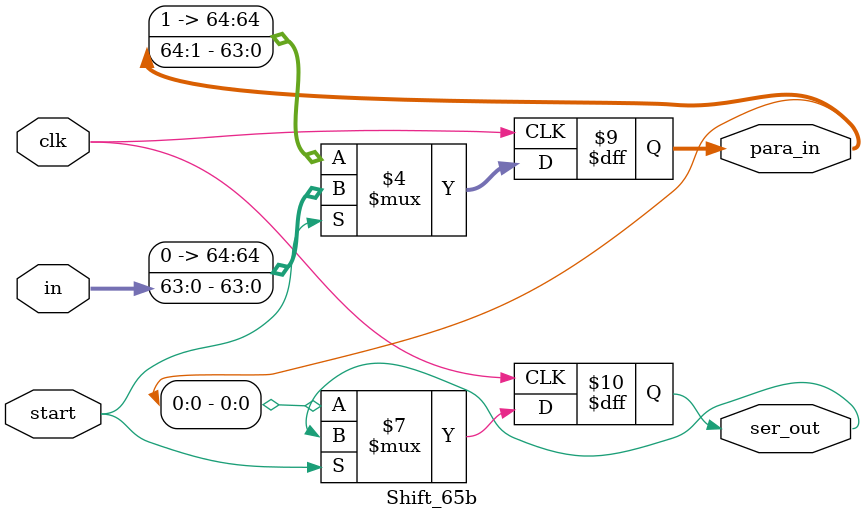
<source format=v>
`timescale 1ns / 1ps
module Shift_65b(//65Î»µÄÓÒÒÆÒÆÎ»¼Ä´æÆ÷,Í¬Ê±ÊµÏÖÁË×îÓÒ¶ËÊý¾Ý²¹1£¬½ö¶ÁÈë64Î»Êý¾Ý£¬µÚ65Î»Êý¾ÝÎ»¹Ì¶¨Öµ1¡®b0£¨ÒÆÎ»Ç°£©
	input wire [63:0]in,
	input wire start,
	input wire clk,
	output reg [64:0]para_in=64'b0000_0000_0000_0000_0000_0000_0000_0000_0000_0000_0000_0000_0000_0000_0000_0000,
	output reg ser_out
    );
	 
	// reg [64:0]para_in;//65Î»µÄ²¢ÐÐÊäÈëÊý¾Ý
	 
	 
	 always @(posedge clk) begin
		if(start)begin//¶ÁÈëÊý¾Ý
			para_in<={1'b0,in[63:0]};
			end
		else begin
			para_in<={1'b1,para_in[64:1]};//½øÐÐÒÆÎ»²Ù×÷
			ser_out<=para_in[0];
		end
	 end



endmodule

</source>
